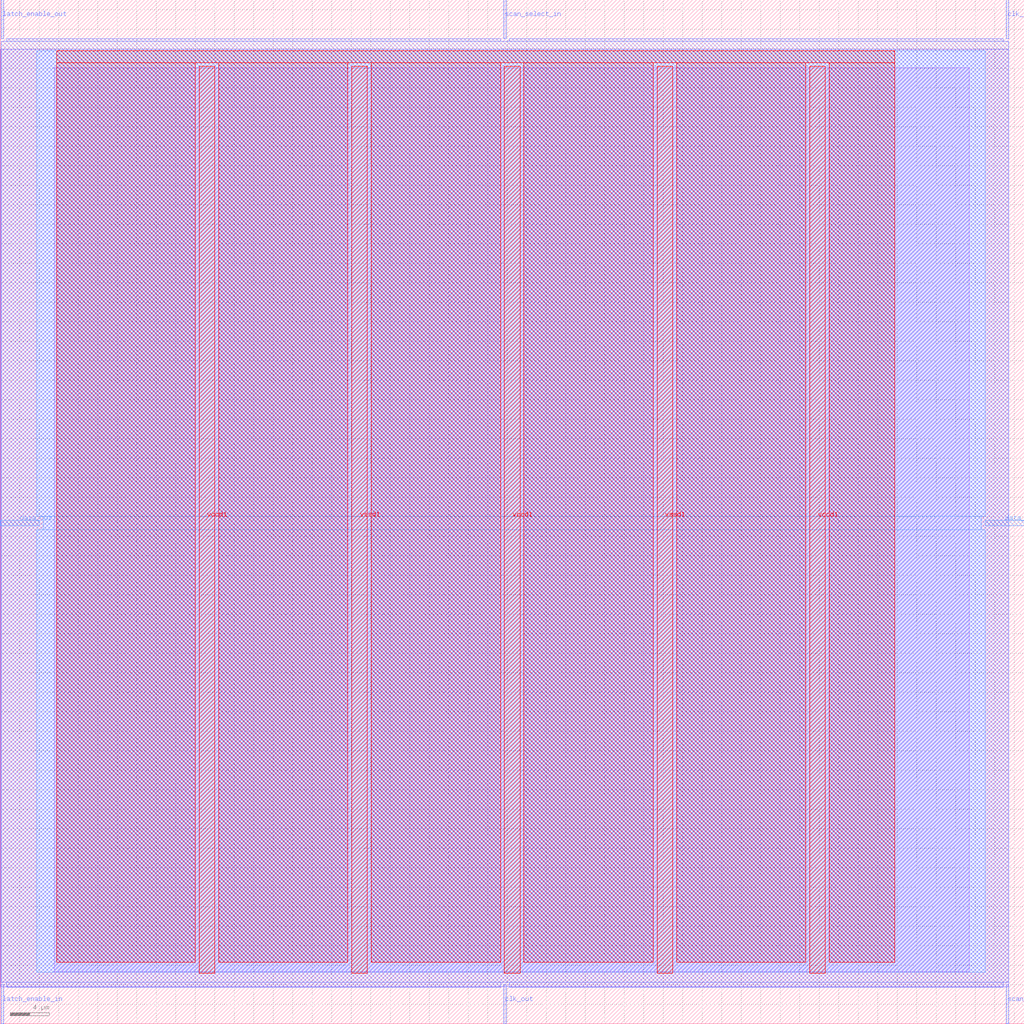
<source format=lef>
VERSION 5.7 ;
  NOWIREEXTENSIONATPIN ON ;
  DIVIDERCHAR "/" ;
  BUSBITCHARS "[]" ;
MACRO scan_wrapper_341528610027340372
  CLASS BLOCK ;
  FOREIGN scan_wrapper_341528610027340372 ;
  ORIGIN 0.000 0.000 ;
  SIZE 105.000 BY 105.000 ;
  PIN clk_in
    DIRECTION INPUT ;
    USE SIGNAL ;
    PORT
      LAYER met2 ;
        RECT 103.130 101.000 103.410 105.000 ;
    END
  END clk_in
  PIN clk_out
    DIRECTION OUTPUT TRISTATE ;
    USE SIGNAL ;
    PORT
      LAYER met2 ;
        RECT 51.610 0.000 51.890 4.000 ;
    END
  END clk_out
  PIN data_in
    DIRECTION INPUT ;
    USE SIGNAL ;
    PORT
      LAYER met3 ;
        RECT 101.000 51.040 105.000 51.640 ;
    END
  END data_in
  PIN data_out
    DIRECTION OUTPUT TRISTATE ;
    USE SIGNAL ;
    PORT
      LAYER met3 ;
        RECT 0.000 51.040 4.000 51.640 ;
    END
  END data_out
  PIN latch_enable_in
    DIRECTION INPUT ;
    USE SIGNAL ;
    PORT
      LAYER met2 ;
        RECT 0.090 0.000 0.370 4.000 ;
    END
  END latch_enable_in
  PIN latch_enable_out
    DIRECTION OUTPUT TRISTATE ;
    USE SIGNAL ;
    PORT
      LAYER met2 ;
        RECT 0.090 101.000 0.370 105.000 ;
    END
  END latch_enable_out
  PIN scan_select_in
    DIRECTION INPUT ;
    USE SIGNAL ;
    PORT
      LAYER met2 ;
        RECT 51.610 101.000 51.890 105.000 ;
    END
  END scan_select_in
  PIN scan_select_out
    DIRECTION OUTPUT TRISTATE ;
    USE SIGNAL ;
    PORT
      LAYER met2 ;
        RECT 103.130 0.000 103.410 4.000 ;
    END
  END scan_select_out
  PIN vccd1
    DIRECTION INPUT ;
    USE POWER ;
    PORT
      LAYER met4 ;
        RECT 20.380 5.200 21.980 98.160 ;
    END
    PORT
      LAYER met4 ;
        RECT 51.700 5.200 53.300 98.160 ;
    END
    PORT
      LAYER met4 ;
        RECT 83.020 5.200 84.620 98.160 ;
    END
  END vccd1
  PIN vssd1
    DIRECTION INPUT ;
    USE GROUND ;
    PORT
      LAYER met4 ;
        RECT 36.040 5.200 37.640 98.160 ;
    END
    PORT
      LAYER met4 ;
        RECT 67.360 5.200 68.960 98.160 ;
    END
  END vssd1
  OBS
      LAYER li1 ;
        RECT 5.520 5.355 99.360 98.005 ;
      LAYER met1 ;
        RECT 0.070 3.780 103.430 99.920 ;
      LAYER met2 ;
        RECT 0.650 100.720 51.330 101.000 ;
        RECT 52.170 100.720 102.850 101.000 ;
        RECT 0.100 4.280 103.400 100.720 ;
        RECT 0.650 3.750 51.330 4.280 ;
        RECT 52.170 3.750 102.850 4.280 ;
      LAYER met3 ;
        RECT 3.745 52.040 101.000 99.785 ;
        RECT 4.400 50.640 100.600 52.040 ;
        RECT 3.745 5.275 101.000 50.640 ;
      LAYER met4 ;
        RECT 5.815 98.560 91.705 99.785 ;
        RECT 5.815 6.295 19.980 98.560 ;
        RECT 22.380 6.295 35.640 98.560 ;
        RECT 38.040 6.295 51.300 98.560 ;
        RECT 53.700 6.295 66.960 98.560 ;
        RECT 69.360 6.295 82.620 98.560 ;
        RECT 85.020 6.295 91.705 98.560 ;
  END
END scan_wrapper_341528610027340372
END LIBRARY


</source>
